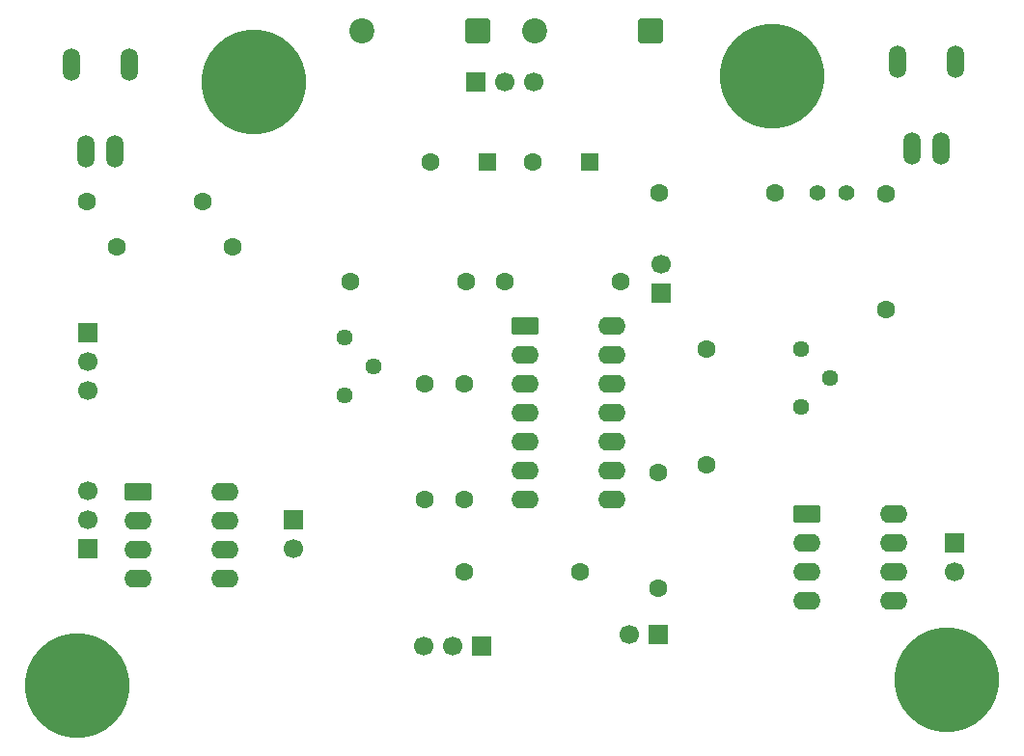
<source format=gbr>
%TF.GenerationSoftware,KiCad,Pcbnew,9.0.4*%
%TF.CreationDate,2025-09-26T17:53:08+02:00*%
%TF.ProjectId,AM_modulation_fiber,414d5f6d-6f64-4756-9c61-74696f6e5f66,rev?*%
%TF.SameCoordinates,Original*%
%TF.FileFunction,Soldermask,Top*%
%TF.FilePolarity,Negative*%
%FSLAX46Y46*%
G04 Gerber Fmt 4.6, Leading zero omitted, Abs format (unit mm)*
G04 Created by KiCad (PCBNEW 9.0.4) date 2025-09-26 17:53:08*
%MOMM*%
%LPD*%
G01*
G04 APERTURE LIST*
G04 Aperture macros list*
%AMRoundRect*
0 Rectangle with rounded corners*
0 $1 Rounding radius*
0 $2 $3 $4 $5 $6 $7 $8 $9 X,Y pos of 4 corners*
0 Add a 4 corners polygon primitive as box body*
4,1,4,$2,$3,$4,$5,$6,$7,$8,$9,$2,$3,0*
0 Add four circle primitives for the rounded corners*
1,1,$1+$1,$2,$3*
1,1,$1+$1,$4,$5*
1,1,$1+$1,$6,$7*
1,1,$1+$1,$8,$9*
0 Add four rect primitives between the rounded corners*
20,1,$1+$1,$2,$3,$4,$5,0*
20,1,$1+$1,$4,$5,$6,$7,0*
20,1,$1+$1,$6,$7,$8,$9,0*
20,1,$1+$1,$8,$9,$2,$3,0*%
G04 Aperture macros list end*
%ADD10R,1.700000X1.700000*%
%ADD11C,1.700000*%
%ADD12RoundRect,0.249999X0.850001X0.850001X-0.850001X0.850001X-0.850001X-0.850001X0.850001X-0.850001X0*%
%ADD13C,2.200000*%
%ADD14C,9.200000*%
%ADD15O,1.524800X2.845600*%
%ADD16RoundRect,0.250000X-0.950000X-0.550000X0.950000X-0.550000X0.950000X0.550000X-0.950000X0.550000X0*%
%ADD17O,2.400000X1.600000*%
%ADD18C,1.440000*%
%ADD19C,1.600000*%
%ADD20C,1.400000*%
%ADD21RoundRect,0.250000X0.550000X0.550000X-0.550000X0.550000X-0.550000X-0.550000X0.550000X-0.550000X0*%
G04 APERTURE END LIST*
D10*
%TO.C,J8*%
X235250000Y-111040000D03*
D11*
X235250000Y-108500000D03*
%TD*%
D12*
%TO.C,D2*%
X219160000Y-88000000D03*
D13*
X209000000Y-88000000D03*
%TD*%
D12*
%TO.C,D1*%
X234330000Y-88000000D03*
D13*
X224170000Y-88000000D03*
%TD*%
D10*
%TO.C,J7*%
X219540000Y-142000000D03*
D11*
X217000000Y-142000000D03*
X214460000Y-142000000D03*
%TD*%
D14*
%TO.C,*%
X199500000Y-92500000D03*
%TD*%
D15*
%TO.C,XR2*%
X261040000Y-90695700D03*
X255960000Y-90695700D03*
X259770000Y-98315700D03*
X257230000Y-98315700D03*
%TD*%
%TO.C,XR1*%
X188580000Y-91000000D03*
X183500000Y-91000000D03*
X187310000Y-98620000D03*
X184770000Y-98620000D03*
%TD*%
D16*
%TO.C,U4*%
X223340000Y-113960000D03*
D17*
X223340000Y-116500000D03*
X223340000Y-119040000D03*
X223340000Y-121580000D03*
X223340000Y-124120000D03*
X223340000Y-126660000D03*
X223340000Y-129200000D03*
X230960000Y-129200000D03*
X230960000Y-126660000D03*
X230960000Y-124120000D03*
X230960000Y-121580000D03*
X230960000Y-119040000D03*
X230960000Y-116500000D03*
X230960000Y-113960000D03*
%TD*%
D16*
%TO.C,U3*%
X248000000Y-130460000D03*
D17*
X248000000Y-133000000D03*
X248000000Y-135540000D03*
X248000000Y-138080000D03*
X255620000Y-138080000D03*
X255620000Y-135540000D03*
X255620000Y-133000000D03*
X255620000Y-130460000D03*
%TD*%
D16*
%TO.C,U2*%
X189380000Y-128460000D03*
D17*
X189380000Y-131000000D03*
X189380000Y-133540000D03*
X189380000Y-136080000D03*
X197000000Y-136080000D03*
X197000000Y-133540000D03*
X197000000Y-131000000D03*
X197000000Y-128460000D03*
%TD*%
D18*
%TO.C,RV2*%
X247500000Y-121040000D03*
X250040000Y-118500000D03*
X247500000Y-115960000D03*
%TD*%
%TO.C,RV1*%
X207460000Y-120040000D03*
X210000000Y-117500000D03*
X207460000Y-114960000D03*
%TD*%
D19*
%TO.C,R11*%
X239250000Y-126080000D03*
X239250000Y-115920000D03*
%TD*%
%TO.C,R10*%
X235000000Y-136910000D03*
X235000000Y-126750000D03*
%TD*%
%TO.C,R9*%
X245250000Y-102250000D03*
X235090000Y-102250000D03*
%TD*%
%TO.C,R8*%
X255000000Y-102340000D03*
X255000000Y-112500000D03*
%TD*%
%TO.C,R7*%
X228160000Y-135500000D03*
X218000000Y-135500000D03*
%TD*%
%TO.C,R6*%
X214500000Y-129160000D03*
X214500000Y-119000000D03*
%TD*%
%TO.C,R5*%
X218000000Y-129160000D03*
X218000000Y-119000000D03*
%TD*%
%TO.C,R4*%
X231660000Y-110000000D03*
X221500000Y-110000000D03*
%TD*%
%TO.C,R3*%
X195000000Y-103000000D03*
X184840000Y-103000000D03*
%TD*%
%TO.C,R2*%
X208000000Y-110000000D03*
X218160000Y-110000000D03*
%TD*%
%TO.C,R1*%
X187500000Y-107000000D03*
X197660000Y-107000000D03*
%TD*%
D10*
%TO.C,J6*%
X261000000Y-132960000D03*
D11*
X261000000Y-135500000D03*
%TD*%
D10*
%TO.C,J5*%
X235000000Y-141000000D03*
D11*
X232460000Y-141000000D03*
%TD*%
D10*
%TO.C,J4*%
X203000000Y-130960000D03*
D11*
X203000000Y-133500000D03*
%TD*%
D10*
%TO.C,J3*%
X185000000Y-114500000D03*
D11*
X185000000Y-117040000D03*
X185000000Y-119580000D03*
%TD*%
D10*
%TO.C,J2*%
X185000000Y-133460000D03*
D11*
X185000000Y-130920000D03*
X185000000Y-128380000D03*
%TD*%
D10*
%TO.C,J1*%
X218960000Y-92500000D03*
D11*
X221500000Y-92500000D03*
X224040000Y-92500000D03*
%TD*%
D20*
%TO.C,C3*%
X251500000Y-102250000D03*
X249000000Y-102250000D03*
%TD*%
D21*
%TO.C,C2*%
X220000000Y-99500000D03*
D19*
X215000000Y-99500000D03*
%TD*%
D21*
%TO.C,C1*%
X229000000Y-99500000D03*
D19*
X224000000Y-99500000D03*
%TD*%
D14*
%TO.C,*%
X245000000Y-92000000D03*
%TD*%
%TO.C,REF\u002A\u002A*%
X260350000Y-145000000D03*
%TD*%
%TO.C,REF\u002A\u002A*%
X184000000Y-145500000D03*
%TD*%
M02*

</source>
